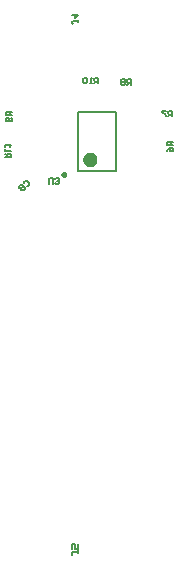
<source format=gbo>
%FSTAX23Y23*%
%MOIN*%
%SFA1B1*%

%IPPOS*%
%ADD11C,0.009843*%
%ADD13C,0.007874*%
%ADD16C,0.005000*%
%ADD77C,0.023622*%
%LNmain-1*%
%LPD*%
G54D11*
X01975Y02356D02*
D01*
X01975Y02356*
X01975Y02357*
X01975Y02357*
X01975Y02357*
X01975Y02358*
X01975Y02358*
X01975Y02358*
X01974Y02359*
X01974Y02359*
X01974Y02359*
X01974Y02359*
X01974Y0236*
X01973Y0236*
X01973Y0236*
X01973Y0236*
X01972Y0236*
X01972Y02361*
X01972Y02361*
X01971Y02361*
X01971Y02361*
X01971Y02361*
X0197Y02361*
X0197*
X0197Y02361*
X01969Y02361*
X01969Y02361*
X01969Y02361*
X01968Y02361*
X01968Y0236*
X01968Y0236*
X01968Y0236*
X01967Y0236*
X01967Y0236*
X01967Y02359*
X01967Y02359*
X01966Y02359*
X01966Y02359*
X01966Y02358*
X01966Y02358*
X01966Y02358*
X01966Y02357*
X01965Y02357*
X01965Y02357*
X01965Y02356*
X01965Y02356*
X01965Y02356*
X01965Y02355*
X01965Y02355*
X01966Y02355*
X01966Y02354*
X01966Y02354*
X01966Y02354*
X01966Y02353*
X01966Y02353*
X01967Y02353*
X01967Y02353*
X01967Y02352*
X01967Y02352*
X01968Y02352*
X01968Y02352*
X01968Y02352*
X01968Y02351*
X01969Y02351*
X01969Y02351*
X01969Y02351*
X0197Y02351*
X0197Y02351*
X0197*
X01971Y02351*
X01971Y02351*
X01971Y02351*
X01972Y02351*
X01972Y02351*
X01972Y02352*
X01973Y02352*
X01973Y02352*
X01973Y02352*
X01974Y02352*
X01974Y02353*
X01974Y02353*
X01974Y02353*
X01974Y02353*
X01975Y02354*
X01975Y02354*
X01975Y02354*
X01975Y02355*
X01975Y02355*
X01975Y02355*
X01975Y02356*
X01975Y02356*
G54D13*
X02019Y02564D02*
X02144D01*
X02019Y02367D02*
X02144D01*
Y02564*
X02019Y02367D02*
Y02564D01*
G54D16*
X02084Y0266D02*
Y02679D01*
X02074*
X02071Y02676*
Y0267*
X02074Y02666*
X02084*
X02078D02*
X02071Y0266D01*
X02065D02*
X02058D01*
X02061*
Y02679*
X02065Y02676*
X02048D02*
X02045Y02679D01*
X02038*
X02035Y02676*
Y02663*
X02038Y0266*
X02045*
X02048Y02663*
Y02676*
X02196Y02655D02*
Y02674D01*
X02186*
X02183Y02671*
Y02665*
X02186Y02661*
X02196*
X02189D02*
X02183Y02655D01*
X02176Y02671D02*
X02173Y02674D01*
X02166*
X02163Y02671*
Y02668*
X02166Y02665*
X02163Y02661*
Y02658*
X02166Y02655*
X02173*
X02176Y02658*
Y02661*
X02173Y02665*
X02176Y02668*
Y02671*
X02173Y02665D02*
X02166D01*
X02331Y0255D02*
Y02569D01*
X02321*
X02318Y02566*
Y0256*
X02321Y02556*
X02331*
X02324D02*
X02318Y0255D01*
X02311Y02569D02*
X02298D01*
Y02566*
X02311Y02553*
Y0255*
X02334Y02466D02*
X02315D01*
Y02456*
X02318Y02453*
X02325*
X02328Y02456*
Y02466*
Y02459D02*
X02334Y02453D01*
X02315Y02433D02*
X02318Y0244D01*
X02325Y02446*
X02331*
X02334Y02443*
Y02436*
X02331Y02433*
X02328*
X02325Y02436*
Y02446*
X01923Y02325D02*
Y02341D01*
X01926Y02344*
X01933*
X01936Y02341*
Y02325*
X01943Y02328D02*
X01946Y02325D01*
X01953*
X01956Y02328*
Y02331*
X01953Y02335*
X01949*
X01953*
X01956Y02338*
Y02341*
X01953Y02344*
X01946*
X01943Y02341*
X01775Y02413D02*
X01794D01*
Y02423*
X01791Y02426*
X01785*
X01781Y02423*
Y02413*
Y0242D02*
X01775Y02426D01*
Y02433D02*
Y0244D01*
Y02436*
X01794*
X01791Y02433*
X01775Y02449D02*
Y02456D01*
Y02453*
X01794*
X01791Y02449*
X01799Y02566D02*
X0178D01*
Y02556*
X01783Y02553*
X0179*
X01793Y02556*
Y02566*
Y02559D02*
X01799Y02553D01*
X01796Y02546D02*
X01799Y02543D01*
Y02536*
X01796Y02533*
X01783*
X0178Y02536*
Y02543*
X01783Y02546*
X01786*
X0179Y02543*
Y02533*
X01837Y02327D02*
Y02331D01*
X01842Y02336*
X01847*
X01856Y02327*
Y02322*
X01851Y02317*
X01847*
X01832Y02322D02*
X01828D01*
X01823Y02317*
Y02312*
X01825Y0231*
X0183*
Y02305*
X01832Y02303*
X01837*
X01842Y02308*
Y02312*
X0184Y02315*
X01835*
Y0232*
X01832Y02322*
X01835Y02315D02*
X0183Y0231D01*
X02017Y01103D02*
Y01096D01*
Y01099*
X02*
X01997Y01096*
Y01093*
X02Y01089*
X02017Y01123D02*
Y01109D01*
X02007*
X0201Y01116*
Y01119*
X02007Y01123*
X02*
X01997Y01119*
Y01113*
X02Y01109*
X02019Y02871D02*
Y02865D01*
Y02868*
X02003*
X02Y02865*
Y02861*
X02003Y02858*
X02Y02888D02*
X02019D01*
X0201Y02878*
Y02891*
G54D77*
X0207Y02406D02*
D01*
X0207Y02407*
X0207Y02408*
X02069Y02409*
X02069Y0241*
X02069Y0241*
X02069Y02411*
X02068Y02412*
X02068Y02413*
X02067Y02413*
X02067Y02414*
X02066Y02415*
X02066Y02415*
X02065Y02416*
X02064Y02416*
X02064Y02417*
X02063Y02417*
X02062Y02417*
X02062Y02418*
X02061Y02418*
X0206Y02418*
X02059Y02418*
X02058Y02418*
X02057*
X02057Y02418*
X02056Y02418*
X02055Y02418*
X02054Y02418*
X02053Y02417*
X02053Y02417*
X02052Y02417*
X02051Y02416*
X02051Y02416*
X0205Y02415*
X02049Y02415*
X02049Y02414*
X02048Y02413*
X02048Y02413*
X02047Y02412*
X02047Y02411*
X02047Y0241*
X02047Y0241*
X02046Y02409*
X02046Y02408*
X02046Y02407*
X02046Y02406*
X02046Y02406*
X02046Y02405*
X02046Y02404*
X02047Y02403*
X02047Y02402*
X02047Y02402*
X02047Y02401*
X02048Y024*
X02048Y024*
X02049Y02399*
X02049Y02398*
X0205Y02398*
X02051Y02397*
X02051Y02397*
X02052Y02396*
X02053Y02396*
X02053Y02395*
X02054Y02395*
X02055Y02395*
X02056Y02395*
X02057Y02395*
X02057Y02395*
X02058*
X02059Y02395*
X0206Y02395*
X02061Y02395*
X02062Y02395*
X02062Y02395*
X02063Y02396*
X02064Y02396*
X02064Y02397*
X02065Y02397*
X02066Y02398*
X02066Y02398*
X02067Y02399*
X02067Y024*
X02068Y024*
X02068Y02401*
X02069Y02402*
X02069Y02402*
X02069Y02403*
X02069Y02404*
X0207Y02405*
X0207Y02406*
X0207Y02406*
M02*
</source>
